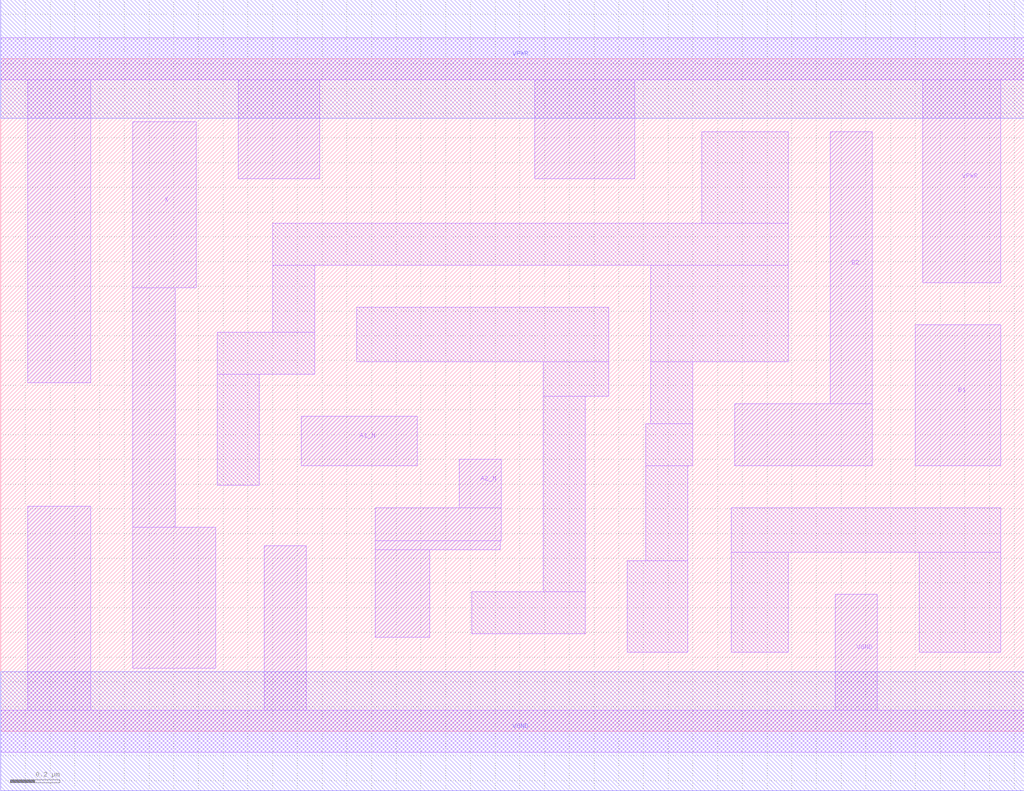
<source format=lef>
# Copyright 2020 The SkyWater PDK Authors
#
# Licensed under the Apache License, Version 2.0 (the "License");
# you may not use this file except in compliance with the License.
# You may obtain a copy of the License at
#
#     https://www.apache.org/licenses/LICENSE-2.0
#
# Unless required by applicable law or agreed to in writing, software
# distributed under the License is distributed on an "AS IS" BASIS,
# WITHOUT WARRANTIES OR CONDITIONS OF ANY KIND, either express or implied.
# See the License for the specific language governing permissions and
# limitations under the License.
#
# SPDX-License-Identifier: Apache-2.0

VERSION 5.5 ;
NAMESCASESENSITIVE ON ;
BUSBITCHARS "[]" ;
DIVIDERCHAR "/" ;
MACRO sky130_fd_sc_hd__o2bb2a_2
  CLASS CORE ;
  SOURCE USER ;
  ORIGIN  0.000000  0.000000 ;
  SIZE  4.140000 BY  2.720000 ;
  SYMMETRY X Y R90 ;
  SITE unithd ;
  PIN A1_N
    ANTENNAGATEAREA  0.159000 ;
    DIRECTION INPUT ;
    USE SIGNAL ;
    PORT
      LAYER li1 ;
        RECT 1.215000 1.075000 1.685000 1.275000 ;
    END
  END A1_N
  PIN A2_N
    ANTENNAGATEAREA  0.159000 ;
    DIRECTION INPUT ;
    USE SIGNAL ;
    PORT
      LAYER li1 ;
        RECT 1.515000 0.380000 1.735000 0.735000 ;
        RECT 1.515000 0.735000 2.020000 0.770000 ;
        RECT 1.515000 0.770000 2.025000 0.905000 ;
        RECT 1.855000 0.905000 2.025000 1.100000 ;
    END
  END A2_N
  PIN B1
    ANTENNAGATEAREA  0.159000 ;
    DIRECTION INPUT ;
    USE SIGNAL ;
    PORT
      LAYER li1 ;
        RECT 3.700000 1.075000 4.045000 1.645000 ;
    END
  END B1
  PIN B2
    ANTENNAGATEAREA  0.159000 ;
    DIRECTION INPUT ;
    USE SIGNAL ;
    PORT
      LAYER li1 ;
        RECT 2.970000 1.075000 3.525000 1.325000 ;
        RECT 3.355000 1.325000 3.525000 2.425000 ;
    END
  END B2
  PIN X
    ANTENNADIFFAREA  0.445500 ;
    DIRECTION OUTPUT ;
    USE SIGNAL ;
    PORT
      LAYER li1 ;
        RECT 0.535000 0.255000 0.870000 0.825000 ;
        RECT 0.535000 0.825000 0.705000 1.795000 ;
        RECT 0.535000 1.795000 0.790000 2.465000 ;
    END
  END X
  PIN VGND
    DIRECTION INOUT ;
    SHAPE ABUTMENT ;
    USE GROUND ;
    PORT
      LAYER li1 ;
        RECT 0.000000 -0.085000 4.140000 0.085000 ;
        RECT 0.110000  0.085000 0.365000 0.910000 ;
        RECT 1.065000  0.085000 1.235000 0.750000 ;
        RECT 3.375000  0.085000 3.545000 0.555000 ;
    END
    PORT
      LAYER met1 ;
        RECT 0.000000 -0.240000 4.140000 0.240000 ;
    END
  END VGND
  PIN VPWR
    DIRECTION INOUT ;
    SHAPE ABUTMENT ;
    USE POWER ;
    PORT
      LAYER li1 ;
        RECT 0.000000 2.635000 4.140000 2.805000 ;
        RECT 0.110000 1.410000 0.365000 2.635000 ;
        RECT 0.960000 2.235000 1.290000 2.635000 ;
        RECT 2.160000 2.235000 2.565000 2.635000 ;
        RECT 3.730000 1.815000 4.045000 2.635000 ;
    END
    PORT
      LAYER met1 ;
        RECT 0.000000 2.480000 4.140000 2.960000 ;
    END
  END VPWR
  OBS
    LAYER li1 ;
      RECT 0.875000 0.995000 1.045000 1.445000 ;
      RECT 0.875000 1.445000 1.270000 1.615000 ;
      RECT 1.100000 1.615000 1.270000 1.885000 ;
      RECT 1.100000 1.885000 3.185000 2.055000 ;
      RECT 1.440000 1.495000 2.460000 1.715000 ;
      RECT 1.905000 0.395000 2.365000 0.565000 ;
      RECT 2.195000 0.565000 2.365000 1.355000 ;
      RECT 2.195000 1.355000 2.460000 1.495000 ;
      RECT 2.535000 0.320000 2.780000 0.690000 ;
      RECT 2.610000 0.690000 2.780000 1.075000 ;
      RECT 2.610000 1.075000 2.800000 1.245000 ;
      RECT 2.630000 1.245000 2.800000 1.495000 ;
      RECT 2.630000 1.495000 3.185000 1.885000 ;
      RECT 2.835000 2.055000 3.185000 2.425000 ;
      RECT 2.955000 0.320000 3.185000 0.725000 ;
      RECT 2.955000 0.725000 4.045000 0.905000 ;
      RECT 3.715000 0.320000 4.045000 0.725000 ;
  END
END sky130_fd_sc_hd__o2bb2a_2

</source>
